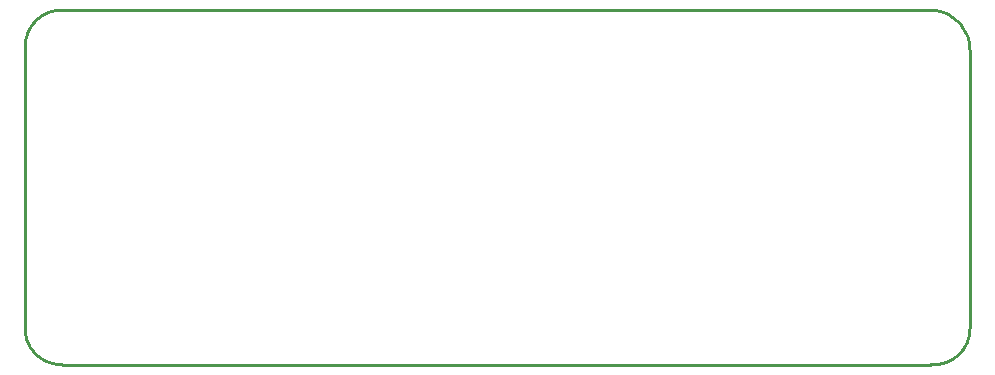
<source format=gko>
G04*
G04 #@! TF.GenerationSoftware,Altium Limited,Altium Designer,19.0.4 (130)*
G04*
G04 Layer_Color=16711935*
%FSLAX24Y24*%
%MOIN*%
G70*
G01*
G75*
%ADD11C,0.0100*%
D11*
X63416Y35142D02*
G03*
X64724Y36358I106J1198D01*
G01*
X64724Y45562D02*
G03*
X63488Y46953I-1313J78D01*
G01*
X34537D02*
G03*
X33228Y45712I-97J-1208D01*
G01*
X33228Y36458D02*
G03*
X34459Y35142I1189J-121D01*
G01*
X63416D01*
X64724Y36358D02*
Y45562D01*
X34537Y46953D02*
X63488D01*
X33228Y36458D02*
Y45712D01*
M02*

</source>
